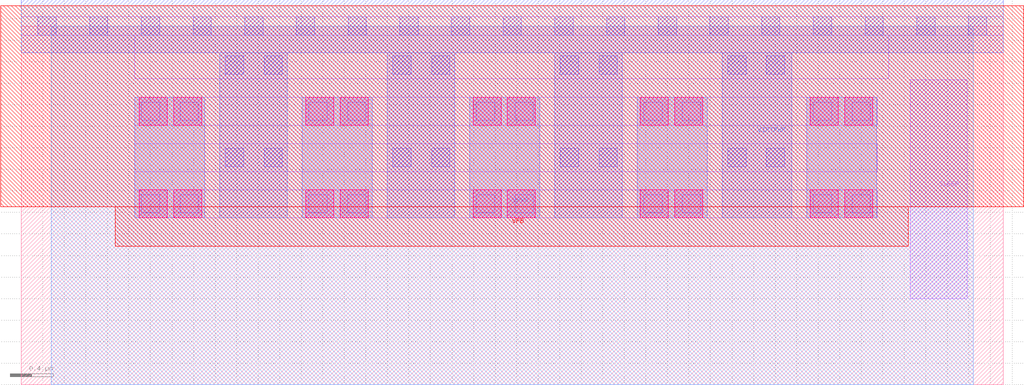
<source format=lef>
# Copyright 2020 The SkyWater PDK Authors
#
# Licensed under the Apache License, Version 2.0 (the "License");
# you may not use this file except in compliance with the License.
# You may obtain a copy of the License at
#
#     https://www.apache.org/licenses/LICENSE-2.0
#
# Unless required by applicable law or agreed to in writing, software
# distributed under the License is distributed on an "AS IS" BASIS,
# WITHOUT WARRANTIES OR CONDITIONS OF ANY KIND, either express or implied.
# See the License for the specific language governing permissions and
# limitations under the License.
#
# SPDX-License-Identifier: Apache-2.0

VERSION 5.7 ;
  NOWIREEXTENSIONATPIN ON ;
  DIVIDERCHAR "/" ;
  BUSBITCHARS "[]" ;
MACRO sky130_fd_sc_lp__sleep_sergate_plv_21
  CLASS BLOCK ;
  FOREIGN sky130_fd_sc_lp__sleep_sergate_plv_21 ;
  ORIGIN  0.000000  0.000000 ;
  SIZE  9.120000 BY  3.330000 ;
  PIN SLEEP
    ANTENNAGATEAREA  3.150000 ;
    PORT
      LAYER li1 ;
        RECT 8.255000 0.800000 8.785000 2.830000 ;
    END
  END SLEEP
  PIN VIRTPWR
    ANTENNADIFFAREA  3.815000 ;
    PORT
      LAYER met1 ;
        RECT 0.000000 3.085000 9.120000 3.575000 ;
        RECT 1.845000 1.550000 2.470000 3.085000 ;
        RECT 3.400000 1.550000 4.025000 3.085000 ;
        RECT 4.955000 1.550000 5.580000 3.085000 ;
        RECT 6.510000 1.550000 7.155000 3.085000 ;
    END
  END VIRTPWR
  PIN VPB
    PORT
      LAYER nwell ;
        RECT -0.190000 1.655000 9.310000 3.520000 ;
        RECT  0.875000 1.285000 8.235000 1.655000 ;
    END
  END VPB
  PIN VPWR
    USE POWER ;
    PORT
      LAYER met2 ;
        RECT 0.280000 0.000000 8.840000 3.330000 ;
    END
  END VPWR
  OBS
    LAYER li1 ;
      RECT 0.000000 3.245000 9.120000 3.415000 ;
      RECT 1.055000 1.550000 7.950000 1.810000 ;
      RECT 1.055000 1.980000 7.950000 2.240000 ;
      RECT 1.055000 2.410000 7.950000 2.670000 ;
      RECT 1.055000 2.840000 8.055000 3.245000 ;
    LAYER mcon ;
      RECT 0.155000 3.245000 0.325000 3.415000 ;
      RECT 0.635000 3.245000 0.805000 3.415000 ;
      RECT 1.115000 1.595000 1.285000 1.765000 ;
      RECT 1.115000 2.455000 1.285000 2.625000 ;
      RECT 1.115000 3.245000 1.285000 3.415000 ;
      RECT 1.475000 1.595000 1.645000 1.765000 ;
      RECT 1.475000 2.455000 1.645000 2.625000 ;
      RECT 1.595000 3.245000 1.765000 3.415000 ;
      RECT 1.895000 2.025000 2.065000 2.195000 ;
      RECT 1.895000 2.885000 2.065000 3.055000 ;
      RECT 2.075000 3.245000 2.245000 3.415000 ;
      RECT 2.255000 2.025000 2.425000 2.195000 ;
      RECT 2.255000 2.885000 2.425000 3.055000 ;
      RECT 2.555000 3.245000 2.725000 3.415000 ;
      RECT 2.670000 1.595000 2.840000 1.765000 ;
      RECT 2.670000 2.455000 2.840000 2.625000 ;
      RECT 3.030000 1.595000 3.200000 1.765000 ;
      RECT 3.030000 2.455000 3.200000 2.625000 ;
      RECT 3.035000 3.245000 3.205000 3.415000 ;
      RECT 3.450000 2.025000 3.620000 2.195000 ;
      RECT 3.450000 2.885000 3.620000 3.055000 ;
      RECT 3.515000 3.245000 3.685000 3.415000 ;
      RECT 3.810000 2.025000 3.980000 2.195000 ;
      RECT 3.810000 2.885000 3.980000 3.055000 ;
      RECT 3.995000 3.245000 4.165000 3.415000 ;
      RECT 4.225000 1.595000 4.395000 1.765000 ;
      RECT 4.225000 2.455000 4.395000 2.625000 ;
      RECT 4.475000 3.245000 4.645000 3.415000 ;
      RECT 4.585000 1.595000 4.755000 1.765000 ;
      RECT 4.585000 2.455000 4.755000 2.625000 ;
      RECT 4.955000 3.245000 5.125000 3.415000 ;
      RECT 5.005000 2.025000 5.175000 2.195000 ;
      RECT 5.005000 2.885000 5.175000 3.055000 ;
      RECT 5.365000 2.025000 5.535000 2.195000 ;
      RECT 5.365000 2.885000 5.535000 3.055000 ;
      RECT 5.435000 3.245000 5.605000 3.415000 ;
      RECT 5.780000 1.595000 5.950000 1.765000 ;
      RECT 5.780000 2.455000 5.950000 2.625000 ;
      RECT 5.915000 3.245000 6.085000 3.415000 ;
      RECT 6.140000 1.595000 6.310000 1.765000 ;
      RECT 6.140000 2.455000 6.310000 2.625000 ;
      RECT 6.395000 3.245000 6.565000 3.415000 ;
      RECT 6.560000 2.025000 6.730000 2.195000 ;
      RECT 6.560000 2.885000 6.730000 3.055000 ;
      RECT 6.875000 3.245000 7.045000 3.415000 ;
      RECT 6.920000 2.025000 7.090000 2.195000 ;
      RECT 6.920000 2.885000 7.090000 3.055000 ;
      RECT 7.355000 1.595000 7.525000 1.765000 ;
      RECT 7.355000 2.455000 7.525000 2.625000 ;
      RECT 7.355000 3.245000 7.525000 3.415000 ;
      RECT 7.715000 1.595000 7.885000 1.765000 ;
      RECT 7.715000 2.455000 7.885000 2.625000 ;
      RECT 7.835000 3.245000 8.005000 3.415000 ;
      RECT 8.315000 3.245000 8.485000 3.415000 ;
      RECT 8.795000 3.245000 8.965000 3.415000 ;
    LAYER met1 ;
      RECT 1.055000 1.550000 1.705000 2.670000 ;
      RECT 2.610000 1.550000 3.260000 2.670000 ;
      RECT 4.165000 1.550000 4.815000 2.670000 ;
      RECT 5.720000 1.550000 6.370000 2.670000 ;
      RECT 7.295000 1.550000 7.945000 2.670000 ;
    LAYER via ;
      RECT 1.095000 1.550000 1.355000 1.810000 ;
      RECT 1.095000 2.410000 1.355000 2.670000 ;
      RECT 1.415000 1.550000 1.675000 1.810000 ;
      RECT 1.415000 2.410000 1.675000 2.670000 ;
      RECT 2.640000 1.550000 2.900000 1.810000 ;
      RECT 2.640000 2.410000 2.900000 2.670000 ;
      RECT 2.960000 1.550000 3.220000 1.810000 ;
      RECT 2.960000 2.410000 3.220000 2.670000 ;
      RECT 4.195000 1.550000 4.455000 1.810000 ;
      RECT 4.195000 2.410000 4.455000 2.670000 ;
      RECT 4.515000 1.550000 4.775000 1.810000 ;
      RECT 4.515000 2.410000 4.775000 2.670000 ;
      RECT 5.750000 1.550000 6.010000 1.810000 ;
      RECT 5.750000 2.410000 6.010000 2.670000 ;
      RECT 6.070000 1.550000 6.330000 1.810000 ;
      RECT 6.070000 2.410000 6.330000 2.670000 ;
      RECT 7.325000 1.550000 7.585000 1.810000 ;
      RECT 7.325000 2.410000 7.585000 2.670000 ;
      RECT 7.645000 1.550000 7.905000 1.810000 ;
      RECT 7.645000 2.410000 7.905000 2.670000 ;
  END
END sky130_fd_sc_lp__sleep_sergate_plv_21
END LIBRARY

</source>
